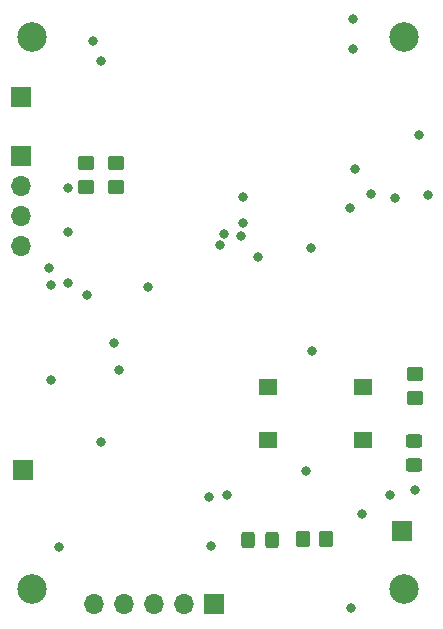
<source format=gbs>
G04 #@! TF.GenerationSoftware,KiCad,Pcbnew,7.0.10*
G04 #@! TF.CreationDate,2024-03-08T11:33:54-05:00*
G04 #@! TF.ProjectId,swipe-stack-glove,73776970-652d-4737-9461-636b2d676c6f,1*
G04 #@! TF.SameCoordinates,Original*
G04 #@! TF.FileFunction,Soldermask,Bot*
G04 #@! TF.FilePolarity,Negative*
%FSLAX46Y46*%
G04 Gerber Fmt 4.6, Leading zero omitted, Abs format (unit mm)*
G04 Created by KiCad (PCBNEW 7.0.10) date 2024-03-08 11:33:54*
%MOMM*%
%LPD*%
G01*
G04 APERTURE LIST*
G04 Aperture macros list*
%AMRoundRect*
0 Rectangle with rounded corners*
0 $1 Rounding radius*
0 $2 $3 $4 $5 $6 $7 $8 $9 X,Y pos of 4 corners*
0 Add a 4 corners polygon primitive as box body*
4,1,4,$2,$3,$4,$5,$6,$7,$8,$9,$2,$3,0*
0 Add four circle primitives for the rounded corners*
1,1,$1+$1,$2,$3*
1,1,$1+$1,$4,$5*
1,1,$1+$1,$6,$7*
1,1,$1+$1,$8,$9*
0 Add four rect primitives between the rounded corners*
20,1,$1+$1,$2,$3,$4,$5,0*
20,1,$1+$1,$4,$5,$6,$7,0*
20,1,$1+$1,$6,$7,$8,$9,0*
20,1,$1+$1,$8,$9,$2,$3,0*%
G04 Aperture macros list end*
%ADD10R,1.700000X1.700000*%
%ADD11C,2.500000*%
%ADD12O,1.700000X1.700000*%
%ADD13RoundRect,0.250000X-0.325000X-0.450000X0.325000X-0.450000X0.325000X0.450000X-0.325000X0.450000X0*%
%ADD14R,1.600000X1.400000*%
%ADD15RoundRect,0.250000X0.450000X-0.350000X0.450000X0.350000X-0.450000X0.350000X-0.450000X-0.350000X0*%
%ADD16RoundRect,0.250000X-0.450000X0.350000X-0.450000X-0.350000X0.450000X-0.350000X0.450000X0.350000X0*%
%ADD17RoundRect,0.250000X0.450000X-0.325000X0.450000X0.325000X-0.450000X0.325000X-0.450000X-0.325000X0*%
%ADD18RoundRect,0.250000X0.350000X0.450000X-0.350000X0.450000X-0.350000X-0.450000X0.350000X-0.450000X0*%
%ADD19C,0.800000*%
G04 APERTURE END LIST*
D10*
X135650000Y-112620000D03*
X167730000Y-117750000D03*
D11*
X136400000Y-75910000D03*
X167880000Y-122660000D03*
X167850000Y-75920000D03*
X136410000Y-122670000D03*
D10*
X135450000Y-81040000D03*
X151830000Y-123940000D03*
D12*
X149290000Y-123940000D03*
X146750000Y-123940000D03*
X144210000Y-123940000D03*
X141670000Y-123940000D03*
D13*
X154650000Y-118500000D03*
X156700000Y-118500000D03*
D14*
X156392500Y-110030000D03*
X164392500Y-110030000D03*
X156392500Y-105530000D03*
X164392500Y-105530000D03*
D15*
X140970000Y-88630000D03*
X140970000Y-86630000D03*
D16*
X168790000Y-104470000D03*
X168790000Y-106470000D03*
D15*
X143510000Y-88630000D03*
X143510000Y-86630000D03*
D17*
X168780000Y-112162500D03*
X168780000Y-110112500D03*
D10*
X135430000Y-86020000D03*
D12*
X135430000Y-88560000D03*
X135430000Y-91100000D03*
X135430000Y-93640000D03*
D18*
X161300000Y-118480000D03*
X159300000Y-118480000D03*
D19*
X143354506Y-101837657D03*
X139470000Y-88700000D03*
X139446000Y-96774000D03*
X139450000Y-92460000D03*
X163310000Y-90410000D03*
X169920000Y-89320000D03*
X151590000Y-119040000D03*
X168800000Y-114320000D03*
X166700000Y-114740000D03*
X137980000Y-96950000D03*
X160022347Y-93777653D03*
X138640000Y-119080000D03*
X151410000Y-114850000D03*
X163420000Y-124260000D03*
X163710000Y-87090000D03*
X137990000Y-104980000D03*
X159560000Y-112650000D03*
X146190000Y-97120000D03*
X141030000Y-97780000D03*
X169180000Y-84250000D03*
X142260000Y-110250000D03*
X165100000Y-89270000D03*
X167160000Y-89570000D03*
X160138202Y-102540000D03*
X137820000Y-95520000D03*
X155525000Y-94565000D03*
X152288000Y-93539624D03*
X141580000Y-76240000D03*
X152686724Y-92623276D03*
X142220000Y-77970000D03*
X163576000Y-76962000D03*
X163576000Y-74422000D03*
X143748597Y-104124597D03*
X154069009Y-92781395D03*
X152880000Y-114730000D03*
X164375000Y-116355000D03*
X154250000Y-89510000D03*
X154220000Y-91720000D03*
M02*

</source>
